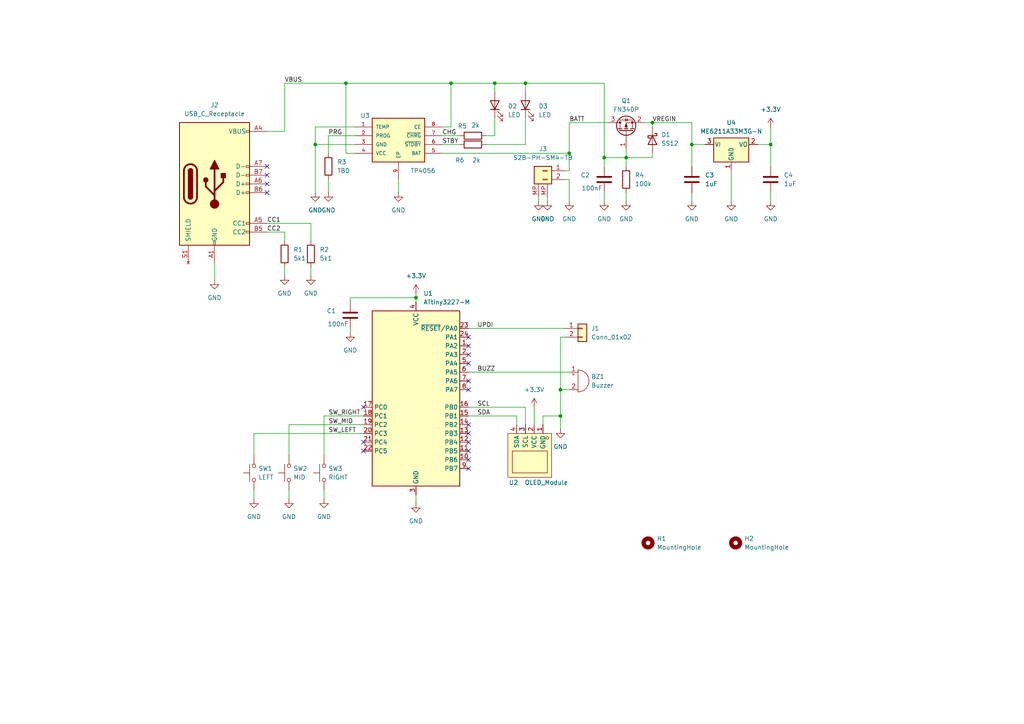
<source format=kicad_sch>
(kicad_sch (version 20250114) (generator "eeschema") (generator_version "9.0")
  (paper "A4")
  (title_block (title "tinyGotChi Schematic") (date "2026-02-22") (rev "v1.0") (company "www.e-tinkers.com") (comment 1 "Henry Cheung"))
  (lib_symbols
    (symbol "Connector_Generic:Conn_01x02" (pin_names (offset 1.016) (hide yes))
      (property "Reference" "J" (at 0 2.54 0))
      (property "Value" "Conn_01x02" (at 0 -5.08 0))
      (symbol "Conn_01x02_1_1"
        (rectangle (start -1.27 1.27) (end 1.27 -3.81) (stroke (width 0.254)) (fill (type background)))
        (rectangle (start -1.27 0.127) (end 0 -0.127) (stroke (width 0.1524)))
        (rectangle (start -1.27 -2.413) (end 0 -2.667) (stroke (width 0.1524)))
        (pin passive line (at -5.08 0 0) (length 3.81) (name "Pin_1") (number "1"))
        (pin passive line (at -5.08 -2.54 0) (length 3.81) (name "Pin_2") (number "2"))
      )
    )
    (symbol "Device:Buzzer" (pin_names (offset 0.0254) (hide yes))
      (property "Reference" "BZ" (at 3.81 1.27 0))
      (property "Value" "Buzzer" (at 3.81 -1.27 0))
      (symbol "Buzzer_0_1"
        (polyline (pts (xy -1.651 1.905) (xy -1.143 1.905)))
        (polyline (pts (xy -1.397 2.159) (xy -1.397 1.651)))
        (arc (start 0 3.175) (mid 3.1612 0) (end 0 -3.175))
        (polyline (pts (xy 0 3.175) (xy 0 -3.175)))
      )
      (symbol "Buzzer_1_1"
        (pin passive line (at -2.54 2.54 0) (length 2.54) (name "+") (number "1"))
        (pin passive line (at -2.54 -2.54 0) (length 2.54) (name "-") (number "2"))
      )
    )
    (symbol "Device:C" (pin_numbers (hide yes)) (pin_names (offset 0.254))
      (property "Reference" "C" (at 0.635 2.54 0))
      (property "Value" "C" (at 0.635 -2.54 0))
      (symbol "C_0_1"
        (polyline (pts (xy -2.032 0.762) (xy 2.032 0.762)) (stroke (width 0.508)))
        (polyline (pts (xy -2.032 -0.762) (xy 2.032 -0.762)) (stroke (width 0.508)))
      )
      (symbol "C_1_1"
        (pin passive line (at 0 3.81 270) (length 2.794) (name "~") (number "1"))
        (pin passive line (at 0 -3.81 90) (length 2.794) (name "~") (number "2"))
      )
    )
    (symbol "Device:D_Schottky" (pin_numbers (hide yes)) (pin_names (offset 1.016) (hide yes))
      (property "Reference" "D" (at 0 2.54 0))
      (property "Value" "D_Schottky" (at 0 -2.54 0))
      (symbol "D_Schottky_0_1"
        (polyline (pts (xy -1.905 0.635) (xy -1.905 1.27) (xy -1.27 1.27) (xy -1.27 -1.27) (xy -0.635 -1.27) (xy -0.635 -0.635)) (stroke (width 0.254)))
        (polyline (pts (xy 1.27 1.27) (xy 1.27 -1.27) (xy -1.27 0) (xy 1.27 1.27)) (stroke (width 0.254)))
        (polyline (pts (xy 1.27 0) (xy -1.27 0)))
      )
      (symbol "D_Schottky_1_1"
        (pin passive line (at -3.81 0 0) (length 2.54) (name "K") (number "1"))
        (pin passive line (at 3.81 0 180) (length 2.54) (name "A") (number "2"))
      )
    )
    (symbol "Device:LED" (pin_numbers (hide yes)) (pin_names (offset 1.016) (hide yes))
      (property "Reference" "D" (at 0 2.54 0))
      (property "Value" "LED" (at 0 -2.54 0))
      (symbol "LED_0_1"
        (polyline (pts (xy -3.048 -0.762) (xy -4.572 -2.286) (xy -3.81 -2.286) (xy -4.572 -2.286) (xy -4.572 -1.524)))
        (polyline (pts (xy -1.778 -0.762) (xy -3.302 -2.286) (xy -2.54 -2.286) (xy -3.302 -2.286) (xy -3.302 -1.524)))
        (polyline (pts (xy -1.27 0) (xy 1.27 0)))
        (polyline (pts (xy -1.27 -1.27) (xy -1.27 1.27)) (stroke (width 0.254)))
        (polyline (pts (xy 1.27 -1.27) (xy 1.27 1.27) (xy -1.27 0) (xy 1.27 -1.27)) (stroke (width 0.254)))
      )
      (symbol "LED_1_1"
        (pin passive line (at -3.81 0 0) (length 2.54) (name "K") (number "1"))
        (pin passive line (at 3.81 0 180) (length 2.54) (name "A") (number "2"))
      )
    )
    (symbol "Device:R" (pin_numbers (hide yes)) (pin_names (offset 0))
      (property "Reference" "R" (at 2.032 0 90))
      (property "Value" "R" (at 0 0 90))
      (symbol "R_0_1"
        (rectangle (start -1.016 -2.54) (end 1.016 2.54) (stroke (width 0.254)))
      )
      (symbol "R_1_1"
        (pin passive line (at 0 3.81 270) (length 1.27) (name "~") (number "1"))
        (pin passive line (at 0 -3.81 90) (length 1.27) (name "~") (number "2"))
      )
    )
    (symbol "MCU_Microchip_ATtiny:ATtiny3227-M"
      (property "Reference" "U" (at -12.7 26.67 0))
      (property "Value" "ATtiny3227-M" (at 2.54 -26.67 0))
      (symbol "ATtiny3227-M_0_1"
        (rectangle (start -12.7 -25.4) (end 12.7 25.4) (stroke (width 0.254)) (fill (type background)))
      )
      (symbol "ATtiny3227-M_1_1"
        (pin bidirectional line (at -15.24 -2.54 0) (length 2.54) (name "PC0") (number "17"))
        (pin bidirectional line (at -15.24 -5.08 0) (length 2.54) (name "PC1") (number "18"))
        (pin bidirectional line (at -15.24 -7.62 0) (length 2.54) (name "PC2") (number "19"))
        (pin bidirectional line (at -15.24 -10.16 0) (length 2.54) (name "PC3") (number "20"))
        (pin bidirectional line (at -15.24 -12.7 0) (length 2.54) (name "PC4") (number "21"))
        (pin bidirectional line (at -15.24 -15.24 0) (length 2.54) (name "PC5") (number "22"))
        (pin power_in line (at 0 27.94 270) (length 2.54) (name "VCC") (number "4"))
        (pin passive line (at 0 -27.94 90) (length 2.54) (hide yes) (name "GND") (number "25"))
        (pin power_in line (at 0 -27.94 90) (length 2.54) (name "GND") (number "3"))
        (pin bidirectional line (at 15.24 20.32 180) (length 2.54) (name "~{RESET}/PA0") (number "23"))
        (pin bidirectional line (at 15.24 17.78 180) (length 2.54) (name "PA1") (number "24"))
        (pin bidirectional line (at 15.24 15.24 180) (length 2.54) (name "PA2") (number "1"))
        (pin bidirectional line (at 15.24 12.7 180) (length 2.54) (name "PA3") (number "2"))
        (pin bidirectional line (at 15.24 10.16 180) (length 2.54) (name "PA4") (number "5"))
        (pin bidirectional line (at 15.24 7.62 180) (length 2.54) (name "PA5") (number "6"))
        (pin bidirectional line (at 15.24 5.08 180) (length 2.54) (name "PA6") (number "7"))
        (pin bidirectional line (at 15.24 2.54 180) (length 2.54) (name "PA7") (number "8"))
        (pin bidirectional line (at 15.24 -2.54 180) (length 2.54) (name "PB0") (number "16"))
        (pin bidirectional line (at 15.24 -5.08 180) (length 2.54) (name "PB1") (number "15"))
        (pin bidirectional line (at 15.24 -7.62 180) (length 2.54) (name "PB2") (number "14"))
        (pin bidirectional line (at 15.24 -10.16 180) (length 2.54) (name "PB3") (number "13"))
        (pin bidirectional line (at 15.24 -12.7 180) (length 2.54) (name "PB4") (number "12"))
        (pin bidirectional line (at 15.24 -15.24 180) (length 2.54) (name "PB5") (number "11"))
        (pin bidirectional line (at 15.24 -17.78 180) (length 2.54) (name "PB6") (number "10"))
        (pin bidirectional line (at 15.24 -20.32 180) (length 2.54) (name "PB7") (number "9"))
      )
    )
    (symbol "Mechanical:MountingHole" (pin_names (offset 1.016)) (in_bom no)
      (property "Reference" "H" (at 0 5.08 0))
      (property "Value" "MountingHole" (at 0 3.175 0))
      (symbol "MountingHole_0_1"
        (circle (center 0 0) (radius 1.27) (stroke (width 1.27)))
      )
    )
    (symbol "Switch:SW_Push" (pin_numbers (hide yes)) (pin_names (offset 1.016) (hide yes))
      (property "Reference" "SW" (at 1.27 2.54 0))
      (property "Value" "SW_Push" (at 0 -1.524 0))
      (symbol "SW_Push_0_1"
        (circle (center -2.032 0) (radius 0.508))
        (polyline (pts (xy 0 1.27) (xy 0 3.048)))
        (circle (center 2.032 0) (radius 0.508))
        (polyline (pts (xy 2.54 1.27) (xy -2.54 1.27)))
        (pin passive line (at -5.08 0 0) (length 2.54) (name "1") (number "1"))
        (pin passive line (at 5.08 0 180) (length 2.54) (name "2") (number "2"))
      )
    )
    (symbol "Transistor_FET:Q_PMOS_GSD" (pin_names (offset 0) (hide yes))
      (property "Reference" "Q" (at 5.08 1.905 0))
      (property "Value" "Q_PMOS_GSD" (at 5.08 0 0))
      (symbol "Q_PMOS_GSD_0_1"
        (polyline (pts (xy 0.254 1.905) (xy 0.254 -1.905)) (stroke (width 0.254)))
        (polyline (pts (xy 0.254 0) (xy -2.54 0)))
        (polyline (pts (xy 0.762 2.286) (xy 0.762 1.27)) (stroke (width 0.254)))
        (polyline (pts (xy 0.762 1.778) (xy 3.302 1.778) (xy 3.302 -1.778) (xy 0.762 -1.778)))
        (polyline (pts (xy 0.762 0.508) (xy 0.762 -0.508)) (stroke (width 0.254)))
        (polyline (pts (xy 0.762 -1.27) (xy 0.762 -2.286)) (stroke (width 0.254)))
        (circle (center 1.651 0) (radius 2.794) (stroke (width 0.254)))
        (polyline (pts (xy 2.286 0) (xy 1.27 0.381) (xy 1.27 -0.381) (xy 2.286 0)) (fill (type outline)))
        (polyline (pts (xy 2.54 2.54) (xy 2.54 1.778)))
        (circle (center 2.54 1.778) (radius 0.254) (fill (type outline)))
        (circle (center 2.54 -1.778) (radius 0.254) (fill (type outline)))
        (polyline (pts (xy 2.54 -2.54) (xy 2.54 0) (xy 0.762 0)))
        (polyline (pts (xy 2.921 -0.381) (xy 3.683 -0.381)))
        (polyline (pts (xy 3.302 -0.381) (xy 2.921 0.254) (xy 3.683 0.254) (xy 3.302 -0.381)))
      )
      (symbol "Q_PMOS_GSD_1_1"
        (pin input line (at -5.08 0 0) (length 2.54) (name "G") (number "1"))
        (pin passive line (at 2.54 5.08 270) (length 2.54) (name "D") (number "3"))
        (pin passive line (at 2.54 -5.08 90) (length 2.54) (name "S") (number "2"))
      )
    )
    (symbol "my_library:ME6211A33M3G-N" (pin_names (offset 0.254))
      (property "Reference" "U1" (at 0 5.6048 0))
      (property "Value" "ME6211A33M3G-N" (at 0 3.0679 0))
      (symbol "ME6211A33M3G-N_0_1"
        (rectangle (start -5.08 1.905) (end 5.08 -5.08) (stroke (width 0.254)) (fill (type background)))
      )
      (symbol "ME6211A33M3G-N_1_1"
        (pin power_in line (at -7.62 0 0) (length 2.54) (name "VI") (number "3"))
        (pin power_in line (at 0 -7.62 90) (length 2.54) (name "GND") (number "1"))
        (pin power_out line (at 7.62 0 180) (length 2.54) (name "VO") (number "2"))
      )
    )
    (symbol "my_library:OLED_Display_Module"
      (property "Reference" "U" (at 0 12.7 0))
      (property "Value" "OLED_Module" (at 0 10.668 0))
      (symbol "OLED_Display_Module_0_1"
        (rectangle (start -6.35 8.89) (end 6.35 -3.81) (fill (type background)))
        (rectangle (start -5.08 7.62) (end 5.08 1.27))
        (circle (center -5.08 -2.54) (radius 0.38))
      )
      (symbol "OLED_Display_Module_1_1"
        (pin power_in line (at -3.81 -6.35 90) (length 2.54) (name "GND") (number "1"))
        (pin power_in line (at -1.27 -6.35 90) (length 2.54) (name "VCC") (number "2"))
        (pin input line (at 1.27 -6.35 90) (length 2.54) (name "SCL") (number "3"))
        (pin bidirectional line (at 3.81 -6.35 90) (length 2.54) (name "SDA") (number "4"))
      )
    )
    (symbol "my_library:S2B-PH-SM4-TB" (pin_names (offset 1.016) (hide yes))
      (property "Reference" "J" (at 0 2.54 0))
      (property "Value" "S2B-PH-SM4-TB" (at 0 -5.08 0))
      (symbol "S2B-PH-SM4-TB_1_1"
        (rectangle (start -2.54 1.27) (end 2.54 -3.81) (stroke (width 0.254)) (fill (type background)))
        (rectangle (start -1.27 0.127) (end 0 -0.127) (stroke (width 0.1524)))
        (rectangle (start -1.27 -2.413) (end 0 -2.667) (stroke (width 0.1524)))
        (pin passive line (at -6.35 0 0) (length 3.81) (name "Pin_1") (number "1"))
        (pin passive line (at -6.35 -2.54 0) (length 3.81) (name "Pin_2") (number "2"))
        (pin passive line (at -1.27 -7.62 90) (length 3.81) (name "") (number "MP"))
        (pin passive line (at 1.27 -7.62 90) (length 3.81) (name "") (number "MP"))
      )
    )
    (symbol "my_library:TP4056" (pin_names (offset 1.016))
      (property "Reference" "U3" (at -2.54 10.0498 0))
      (property "Value" "TP4056" (at -2.54 7.5129 0))
      (symbol "TP4056_0_0"
        (rectangle (start -10.16 6.35) (end 5.08 -6.35) (stroke (width 0.254)) (fill (type background)))
        (pin input line (at -15.24 3.81 0) (length 5.08) (name "TEMP") (number "1"))
        (pin bidirectional line (at -15.24 1.27 0) (length 5.08) (name "PROG") (number "2"))
        (pin power_in line (at -15.24 -1.27 0) (length 5.08) (name "GND") (number "3"))
        (pin power_in line (at -15.24 -3.81 0) (length 5.08) (name "VCC") (number "4"))
        (pin passive line (at -2.54 -11.43 90) (length 5.08) (name "EP") (number "9"))
        (pin input line (at 10.16 3.81 180) (length 5.08) (name "CE") (number "8"))
        (pin output line (at 10.16 1.27 180) (length 5.08) (name "~{CHRG}") (number "7"))
        (pin output line (at 10.16 -1.27 180) (length 5.08) (name "~{STDBY}") (number "6"))
        (pin power_out line (at 10.16 -3.81 180) (length 5.08) (name "BAT") (number "5"))
      )
    )
    (symbol "my_library:USB_C_Receptacle" (pin_names (offset 1.016))
      (property "Reference" "J" (at 0 22.225 0))
      (property "Value" "USB_C_Receptacle" (at 0 19.685 0))
      (symbol "USB_C_Receptacle_0_0"
        (rectangle (start -0.254 -17.78) (end 0.254 -16.764))
        (rectangle (start 9.144 5.334) (end 10.16 4.826))
        (rectangle (start 9.144 -11.176) (end 10.16 -11.684))
        (rectangle (start 9.144 -13.716) (end 10.16 -14.224))
        (rectangle (start 10.16 15.494) (end 9.144 14.986))
        (rectangle (start 10.16 2.794) (end 9.144 2.286))
        (rectangle (start 10.16 0.254) (end 9.144 -0.254))
        (rectangle (start 10.16 -2.286) (end 9.144 -2.794))
      )
      (symbol "USB_C_Receptacle_0_1"
        (rectangle (start -10.16 17.78) (end 10.16 -17.78) (stroke (width 0.254)) (fill (type background)))
        (polyline (pts (xy -8.89 -3.81) (xy -8.89 3.81)) (stroke (width 0.508)))
        (rectangle (start -7.62 -3.81) (end -6.35 3.81) (stroke (width 0.254)) (fill (type outline)))
        (arc (start -7.62 3.81) (mid -6.985 4.4423) (end -6.35 3.81) (stroke (width 0.254)))
        (arc (start -7.62 3.81) (mid -6.985 4.4423) (end -6.35 3.81) (stroke (width 0.254)) (fill (type outline)))
        (arc (start -8.89 3.81) (mid -6.985 5.7067) (end -5.08 3.81) (stroke (width 0.508)))
        (arc (start -5.08 -3.81) (mid -6.985 -5.7067) (end -8.89 -3.81) (stroke (width 0.508)))
        (arc (start -6.35 -3.81) (mid -6.985 -4.4423) (end -7.62 -3.81) (stroke (width 0.254)))
        (arc (start -6.35 -3.81) (mid -6.985 -4.4423) (end -7.62 -3.81) (stroke (width 0.254)) (fill (type outline)))
        (polyline (pts (xy -5.08 3.81) (xy -5.08 -3.81)) (stroke (width 0.508)))
        (circle (center -2.54 1.143) (radius 0.635) (stroke (width 0.254)) (fill (type outline)))
        (polyline (pts (xy -1.27 4.318) (xy 0 6.858) (xy 1.27 4.318) (xy -1.27 4.318)) (stroke (width 0.254)) (fill (type outline)))
        (polyline (pts (xy 0 -2.032) (xy 2.54 0.508) (xy 2.54 1.778)) (stroke (width 0.508)))
        (polyline (pts (xy 0 -3.302) (xy -2.54 -0.762) (xy -2.54 0.508)) (stroke (width 0.508)))
        (polyline (pts (xy 0 -5.842) (xy 0 4.318)) (stroke (width 0.508)))
        (circle (center 0 -5.842) (radius 1.27) (fill (type outline)))
        (rectangle (start 1.905 1.778) (end 3.175 3.048) (stroke (width 0.254)) (fill (type outline)))
      )
      (symbol "USB_C_Receptacle_1_1"
        (pin no_connect line (at -7.62 -22.86 90) (length 5.08) (name "SHIELD") (number "S1"))
        (pin no_connect line (at -7.62 -22.86 90) (length 5.08) (hide yes) (name "SHIELD") (number "S2"))
        (pin no_connect line (at -7.62 -22.86 90) (length 5.08) (hide yes) (name "SHIELD") (number "S3"))
        (pin no_connect line (at -7.62 -24.13 90) (length 5.08) (hide yes) (name "SHIELD") (number "S4"))
        (pin passive line (at 0 -22.86 90) (length 5.08) (name "GND") (number "A1"))
        (pin passive line (at 0 -22.86 90) (length 5.08) (hide yes) (name "GND") (number "A12"))
        (pin passive line (at 0 -22.86 90) (length 5.08) (hide yes) (name "GND") (number "B1"))
        (pin passive line (at 0 -22.86 90) (length 5.08) (hide yes) (name "GND") (number "B12"))
        (pin passive line (at 15.24 15.24 180) (length 5.08) (name "VBUS") (number "A4"))
        (pin passive line (at 15.24 15.24 180) (length 5.08) (hide yes) (name "VBUS") (number "A9"))
        (pin passive line (at 15.24 15.24 180) (length 5.08) (hide yes) (name "VBUS") (number "B4"))
        (pin passive line (at 15.24 15.24 180) (length 5.08) (hide yes) (name "VBUS") (number "B9"))
        (pin bidirectional line (at 15.24 5.08 180) (length 5.08) (name "D-") (number "A7"))
        (pin bidirectional line (at 15.24 2.54 180) (length 5.08) (name "D-") (number "B7"))
        (pin bidirectional line (at 15.24 0 180) (length 5.08) (name "D+") (number "A6"))
        (pin bidirectional line (at 15.24 -2.54 180) (length 5.08) (name "D+") (number "B6"))
        (pin bidirectional line (at 15.24 -11.43 180) (length 5.08) (name "CC1") (number "A5"))
        (pin bidirectional line (at 15.24 -13.97 180) (length 5.08) (name "CC2") (number "B5"))
      )
    )
    (symbol "power:+3.3V" (power) (pin_numbers (hide yes)) (pin_names (offset 0) (hide yes))
      (property "Value" "+3.3V" (at 0 3.556 0))
      (symbol "+3.3V_0_1"
        (polyline (pts (xy -0.762 1.27) (xy 0 2.54)))
        (polyline (pts (xy 0 2.54) (xy 0.762 1.27)))
        (polyline (pts (xy 0 0) (xy 0 2.54)))
      )
      (symbol "+3.3V_1_1"
        (pin power_in line (at 0 0 90) (length 0) (name "~") (number "1"))
      )
    )
    (symbol "power:GND" (power) (pin_numbers (hide yes)) (pin_names (offset 0) (hide yes))
      (property "Value" "GND" (at 0 -3.81 0))
      (symbol "GND_0_1"
        (polyline (pts (xy 0 0) (xy 0 -1.27) (xy 1.27 -1.27) (xy 0 -2.54) (xy -1.27 -1.27) (xy 0 -1.27)))
      )
      (symbol "GND_1_1"
        (pin power_in line (at 0 0 270) (length 0) (name "~") (number "1"))
      )
    )
  )
  (junction (at 175.26 45.72))
  (junction (at 162.56 113.03))
  (junction (at 189.23 35.56))
  (junction (at 223.52 41.91))
  (junction (at 100.33 24.13))
  (junction (at 130.81 24.13))
  (junction (at 181.61 45.72))
  (junction (at 162.56 120.65))
  (junction (at 143.51 24.13))
  (junction (at 91.44 41.91))
  (junction (at 152.4 24.13))
  (junction (at 120.65 86.36))
  (junction (at 165.1 44.45))
  (junction (at 200.66 41.91))
  (no_connect (at 135.89 97.79))
  (no_connect (at 135.89 123.19))
  (no_connect (at 77.47 50.8))
  (no_connect (at 135.89 110.49))
  (no_connect (at 77.47 53.34))
  (no_connect (at 135.89 105.41))
  (no_connect (at 135.89 113.03))
  (no_connect (at 135.89 133.35))
  (no_connect (at 135.89 100.33))
  (no_connect (at 105.41 130.81))
  (no_connect (at 77.47 48.26))
  (no_connect (at 135.89 135.89))
  (no_connect (at 135.89 128.27))
  (no_connect (at 135.89 125.73))
  (no_connect (at 105.41 118.11))
  (no_connect (at 105.41 128.27))
  (no_connect (at 77.47 55.88))
  (no_connect (at 135.89 102.87))
  (no_connect (at 135.89 130.81))
  (wire (pts (xy 149.86 120.65) (xy 149.86 123.19)))
  (wire (pts (xy 163.83 97.79) (xy 162.56 97.79)))
  (wire (pts (xy 181.61 43.18) (xy 181.61 45.72)))
  (wire (pts (xy 186.69 35.56) (xy 189.23 35.56)))
  (wire (pts (xy 143.51 39.37) (xy 143.51 34.29)))
  (wire (pts (xy 83.82 123.19) (xy 105.41 123.19)))
  (wire (pts (xy 200.66 41.91) (xy 200.66 48.26)))
  (wire (pts (xy 62.23 76.2) (xy 62.23 81.28)))
  (wire (pts (xy 152.4 41.91) (xy 152.4 34.29)))
  (wire (pts (xy 162.56 97.79) (xy 162.56 113.03)))
  (wire (pts (xy 176.53 35.56) (xy 165.1 35.56)))
  (wire (pts (xy 143.51 26.67) (xy 143.51 24.13)))
  (wire (pts (xy 82.55 67.31) (xy 82.55 69.85)))
  (wire (pts (xy 152.4 118.11) (xy 152.4 123.19)))
  (wire (pts (xy 135.89 118.11) (xy 152.4 118.11)))
  (wire (pts (xy 156.21 57.15) (xy 156.21 58.42)))
  (wire (pts (xy 120.65 86.36) (xy 120.65 87.63)))
  (wire (pts (xy 102.87 39.37) (xy 95.25 39.37)))
  (wire (pts (xy 200.66 55.88) (xy 200.66 58.42)))
  (wire (pts (xy 82.55 77.47) (xy 82.55 80.01)))
  (wire (pts (xy 73.66 125.73) (xy 105.41 125.73)))
  (wire (pts (xy 91.44 36.83) (xy 102.87 36.83)))
  (wire (pts (xy 73.66 132.08) (xy 73.66 125.73)))
  (wire (pts (xy 128.27 44.45) (xy 165.1 44.45)))
  (wire (pts (xy 152.4 26.67) (xy 152.4 24.13)))
  (wire (pts (xy 77.47 38.1) (xy 82.55 38.1)))
  (wire (pts (xy 163.83 52.07) (xy 165.1 52.07)))
  (wire (pts (xy 143.51 24.13) (xy 152.4 24.13)))
  (wire (pts (xy 93.98 132.08) (xy 93.98 120.65)))
  (wire (pts (xy 95.25 39.37) (xy 95.25 44.45)))
  (wire (pts (xy 200.66 35.56) (xy 200.66 41.91)))
  (wire (pts (xy 91.44 41.91) (xy 91.44 55.88)))
  (wire (pts (xy 91.44 41.91) (xy 102.87 41.91)))
  (wire (pts (xy 82.55 24.13) (xy 100.33 24.13)))
  (wire (pts (xy 175.26 48.26) (xy 175.26 45.72)))
  (wire (pts (xy 130.81 24.13) (xy 143.51 24.13)))
  (wire (pts (xy 83.82 142.24) (xy 83.82 144.78)))
  (wire (pts (xy 165.1 113.03) (xy 162.56 113.03)))
  (wire (pts (xy 175.26 24.13) (xy 175.26 45.72)))
  (wire (pts (xy 73.66 142.24) (xy 73.66 144.78)))
  (wire (pts (xy 165.1 49.53) (xy 165.1 44.45)))
  (wire (pts (xy 223.52 41.91) (xy 223.52 48.26)))
  (wire (pts (xy 100.33 24.13) (xy 100.33 44.45)))
  (wire (pts (xy 90.17 64.77) (xy 90.17 69.85)))
  (wire (pts (xy 175.26 55.88) (xy 175.26 58.42)))
  (wire (pts (xy 157.48 120.65) (xy 162.56 120.65)))
  (wire (pts (xy 162.56 120.65) (xy 162.56 124.46)))
  (wire (pts (xy 175.26 45.72) (xy 181.61 45.72)))
  (wire (pts (xy 157.48 123.19) (xy 157.48 120.65)))
  (wire (pts (xy 101.6 87.63) (xy 101.6 86.36)))
  (wire (pts (xy 189.23 44.45) (xy 189.23 45.72)))
  (wire (pts (xy 189.23 45.72) (xy 181.61 45.72)))
  (wire (pts (xy 77.47 64.77) (xy 90.17 64.77)))
  (wire (pts (xy 77.47 67.31) (xy 82.55 67.31)))
  (wire (pts (xy 82.55 38.1) (xy 82.55 24.13)))
  (wire (pts (xy 135.89 107.95) (xy 165.1 107.95)))
  (wire (pts (xy 115.57 52.07) (xy 115.57 55.88)))
  (wire (pts (xy 90.17 77.47) (xy 90.17 80.01)))
  (wire (pts (xy 93.98 120.65) (xy 105.41 120.65)))
  (wire (pts (xy 181.61 55.88) (xy 181.61 58.42)))
  (wire (pts (xy 152.4 24.13) (xy 175.26 24.13)))
  (wire (pts (xy 223.52 55.88) (xy 223.52 58.42)))
  (wire (pts (xy 135.89 120.65) (xy 149.86 120.65)))
  (wire (pts (xy 101.6 86.36) (xy 120.65 86.36)))
  (wire (pts (xy 128.27 36.83) (xy 130.81 36.83)))
  (wire (pts (xy 128.27 41.91) (xy 133.35 41.91)))
  (wire (pts (xy 100.33 24.13) (xy 130.81 24.13)))
  (wire (pts (xy 189.23 35.56) (xy 189.23 36.83)))
  (wire (pts (xy 165.1 52.07) (xy 165.1 58.42)))
  (wire (pts (xy 163.83 49.53) (xy 165.1 49.53)))
  (wire (pts (xy 91.44 36.83) (xy 91.44 41.91)))
  (wire (pts (xy 223.52 36.83) (xy 223.52 41.91)))
  (wire (pts (xy 189.23 35.56) (xy 200.66 35.56)))
  (wire (pts (xy 135.89 95.25) (xy 163.83 95.25)))
  (wire (pts (xy 101.6 96.52) (xy 101.6 95.25)))
  (wire (pts (xy 158.75 57.15) (xy 158.75 58.42)))
  (wire (pts (xy 83.82 132.08) (xy 83.82 123.19)))
  (wire (pts (xy 162.56 113.03) (xy 162.56 120.65)))
  (wire (pts (xy 128.27 39.37) (xy 133.35 39.37)))
  (wire (pts (xy 154.94 118.11) (xy 154.94 123.19)))
  (wire (pts (xy 219.71 41.91) (xy 223.52 41.91)))
  (wire (pts (xy 140.97 41.91) (xy 152.4 41.91)))
  (wire (pts (xy 120.65 143.51) (xy 120.65 146.05)))
  (wire (pts (xy 212.09 49.53) (xy 212.09 58.42)))
  (wire (pts (xy 130.81 24.13) (xy 130.81 36.83)))
  (wire (pts (xy 140.97 39.37) (xy 143.51 39.37)))
  (wire (pts (xy 165.1 35.56) (xy 165.1 44.45)))
  (wire (pts (xy 120.65 85.09) (xy 120.65 86.36)))
  (wire (pts (xy 100.33 44.45) (xy 102.87 44.45)))
  (wire (pts (xy 200.66 41.91) (xy 204.47 41.91)))
  (wire (pts (xy 95.25 52.07) (xy 95.25 55.88)))
  (wire (pts (xy 93.98 142.24) (xy 93.98 144.78)))
  (wire (pts (xy 181.61 45.72) (xy 181.61 48.26)))
  (label "STBY" (at 128.27 41.91 0))
  (label "BATT" (at 165.1 35.56 0))
  (label "SCL" (at 138.43 118.11 0))
  (label "VBUS" (at 82.55 24.13 0))
  (label "SW_RIGHT" (at 95.25 120.65 0))
  (label "CC2" (at 77.47 67.31 0))
  (label "BUZZ" (at 138.43 107.95 0))
  (label "CHG" (at 128.27 39.37 0))
  (label "PRG" (at 95.25 39.37 0))
  (label "SW_LEFT" (at 95.25 125.73 0))
  (label "CC1" (at 77.47 64.77 0))
  (label "SDA" (at 138.43 120.65 0))
  (label "UPDI" (at 138.43 95.25 0))
  (label "VREGIN" (at 189.23 35.56 0))
  (label "SW_MID" (at 95.25 123.19 0))
  (symbol (lib_id "Mechanical:MountingHole") (at 213.36 157.48 0) (unit 1) (in_bom no)
    (property "Reference" "H2" (at 215.9 156.2099 0) (effects (justify left)))
    (property "Value" "MountingHole" (at 215.9 158.7499 0) (effects (justify left)))
    (property "Description" "Mounting Hole without connection" (effects (hide yes)))
  )
  (symbol (lib_id "Device:C") (at 175.26 52.07 0) (unit 1)
    (property "Reference" "C2" (at 168.402 50.8 0) (effects (justify left)))
    (property "Value" "100nF" (at 168.656 54.61 0) (effects (justify left)))
    (property "Description" "Unpolarized capacitor" (effects (hide yes)))
  )
  (symbol (lib_id "Connector_Generic:Conn_01x02") (at 168.91 95.25 0) (unit 1)
    (property "Reference" "J1" (at 171.45 95.2499 0) (effects (justify left)))
    (property "Value" "Conn_01x02" (at 171.45 97.7899 0) (effects (justify left)))
    (property "Description" "Generic connector, single row, 01x02, script generated (kicad-library-utils/schlib/autogen/connector/)" (effects (hide yes)))
  )
  (symbol (lib_id "power:+3.3V") (at 154.94 118.11 0) (unit 1)
    (property "Reference" "#PWR06" (effects (hide yes)))
    (property "Value" "+3.3V" (at 154.94 113.03 0))
    (property "Description" "Power symbol creates a global label with name \"+3.3V\"" (effects (hide yes)))
  )
  (symbol (lib_id "power:GND") (at 95.25 55.88 0) (unit 1)
    (property "Reference" "#PWR012" (effects (hide yes)))
    (property "Value" "GND" (at 95.25 60.96 0))
    (property "Description" "Power symbol creates a global label with name \"GND\" , ground" (effects (hide yes)))
  )
  (symbol (lib_id "power:GND") (at 162.56 124.46 0) (unit 1)
    (property "Reference" "#PWR05" (effects (hide yes)))
    (property "Value" "GND" (at 162.56 129.54 0))
    (property "Description" "Power symbol creates a global label with name \"GND\" , ground" (effects (hide yes)))
  )
  (symbol (lib_id "power:GND") (at 212.09 58.42 0) (unit 1)
    (property "Reference" "#PWR020" (effects (hide yes)))
    (property "Value" "GND" (at 212.09 63.5 0))
    (property "Description" "Power symbol creates a global label with name \"GND\" , ground" (effects (hide yes)))
  )
  (symbol (lib_id "MCU_Microchip_ATtiny:ATtiny3227-M") (at 120.65 115.57 0) (unit 1)
    (property "Reference" "U1" (at 122.7933 85.09 0) (effects (justify left)))
    (property "Value" "ATtiny3227-M" (at 122.7933 87.63 0) (effects (justify left)))
    (property "Footprint" "Package_DFN_QFN:QFN-24-1EP_4x4mm_P0.5mm_EP2.6x2.6mm" (effects (hide yes)))
    (property "Datasheet" "https://ww1.microchip.com/downloads/en/DeviceDoc/ATtiny3224-3226-3227-Data-Sheet-DS40002345A.pdf" (effects (hide yes)))
    (property "Description" "20MHz, 32kB Flash, 3kB SRAM, 256B EEPROM, VQFN-24" (effects (hide yes)))
  )
  (symbol (lib_id "Device:C") (at 101.6 91.44 0) (unit 1)
    (property "Reference" "C1" (at 94.742 90.17 0) (effects (justify left)))
    (property "Value" "100nF" (at 94.996 93.98 0) (effects (justify left)))
    (property "Description" "Unpolarized capacitor" (effects (hide yes)))
  )
  (symbol (lib_id "Transistor_FET:Q_PMOS_GSD") (at 181.61 38.1 90) (unit 1)
    (property "Reference" "Q1" (at 181.61 29.21 90))
    (property "Value" "FN340P" (at 181.61 31.75 90))
    (property "Description" "P-MOSFET transistor, gate/source/drain" (effects (hide yes)))
  )
  (symbol (lib_id "Device:LED") (at 143.51 30.48 90) (unit 1)
    (property "Reference" "D2" (at 147.32 30.7974 90) (effects (justify right)))
    (property "Value" "LED" (at 147.32 33.3374 90) (effects (justify right)))
    (property "Description" "Light emitting diode" (effects (hide yes)))
    (property "Sim.Pins" "1=K 2=A" (effects (hide yes)))
  )
  (symbol (lib_id "power:+3.3V") (at 120.65 85.09 0) (unit 1)
    (property "Reference" "#PWR07" (effects (hide yes)))
    (property "Value" "+3.3V" (at 120.65 80.01 0))
    (property "Description" "Power symbol creates a global label with name \"+3.3V\"" (effects (hide yes)))
  )
  (symbol (lib_id "Device:Buzzer") (at 167.64 110.49 0) (unit 1)
    (property "Reference" "BZ1" (at 171.45 109.2199 0) (effects (justify left)))
    (property "Value" "Buzzer" (at 171.45 111.7599 0) (effects (justify left)))
    (property "Description" "Buzzer, polarized" (effects (hide yes)))
  )
  (symbol (lib_id "power:GND") (at 165.1 58.42 0) (unit 1)
    (property "Reference" "#PWR018" (effects (hide yes)))
    (property "Value" "GND" (at 165.1 63.5 0))
    (property "Description" "Power symbol creates a global label with name \"GND\" , ground" (effects (hide yes)))
  )
  (symbol (lib_id "Device:R") (at 181.61 52.07 0) (unit 1)
    (property "Reference" "R4" (at 184.15 50.7999 0) (effects (justify left)))
    (property "Value" "100k" (at 184.15 53.3399 0) (effects (justify left)))
    (property "Description" "Resistor" (effects (hide yes)))
  )
  (symbol (lib_id "Mechanical:MountingHole") (at 187.96 157.48 0) (unit 1) (in_bom no)
    (property "Reference" "H1" (at 190.5 156.2099 0) (effects (justify left)))
    (property "Value" "MountingHole" (at 190.5 158.7499 0) (effects (justify left)))
    (property "Description" "Mounting Hole without connection" (effects (hide yes)))
  )
  (symbol (lib_id "Device:R") (at 82.55 73.66 0) (unit 1)
    (property "Reference" "R1" (at 85.09 72.3899 0) (effects (justify left)))
    (property "Value" "5k1" (at 85.09 74.9299 0) (effects (justify left)))
    (property "Description" "Resistor" (effects (hide yes)))
  )
  (symbol (lib_id "power:GND") (at 83.82 144.78 0) (unit 1)
    (property "Reference" "#PWR02" (effects (hide yes)))
    (property "Value" "GND" (at 83.82 149.86 0))
    (property "Description" "Power symbol creates a global label with name \"GND\" , ground" (effects (hide yes)))
  )
  (symbol (lib_id "Device:C") (at 200.66 52.07 0) (unit 1)
    (property "Reference" "C3" (at 204.47 50.7999 0) (effects (justify left)))
    (property "Value" "1uF" (at 204.47 53.3399 0) (effects (justify left)))
    (property "Description" "Unpolarized capacitor" (effects (hide yes)))
  )
  (symbol (lib_id "Device:R") (at 95.25 48.26 0) (unit 1)
    (property "Reference" "R3" (at 97.79 46.9899 0) (effects (justify left)))
    (property "Value" "TBD" (at 97.79 49.5299 0) (effects (justify left)))
    (property "Description" "Resistor" (effects (hide yes)))
  )
  (symbol (lib_id "Switch:SW_Push") (at 93.98 137.16 90) (unit 1)
    (property "Reference" "SW3" (at 95.25 135.8899 90) (effects (justify right)))
    (property "Value" "RIGHT" (at 95.25 138.4299 90) (effects (justify right)))
    (property "Description" "Push button switch, generic, two pins" (effects (hide yes)))
  )
  (symbol (lib_id "power:GND") (at 223.52 58.42 0) (unit 1)
    (property "Reference" "#PWR021" (effects (hide yes)))
    (property "Value" "GND" (at 223.52 63.5 0))
    (property "Description" "Power symbol creates a global label with name \"GND\" , ground" (effects (hide yes)))
  )
  (symbol (lib_id "Device:R") (at 90.17 73.66 0) (unit 1)
    (property "Reference" "R2" (at 92.71 72.3899 0) (effects (justify left)))
    (property "Value" "5k1" (at 92.71 74.9299 0) (effects (justify left)))
    (property "Description" "Resistor" (effects (hide yes)))
  )
  (symbol (lib_id "Device:D_Schottky") (at 189.23 40.64 270) (unit 1)
    (property "Reference" "D1" (at 191.77 39.0524 90) (effects (justify left)))
    (property "Value" "SS12" (at 191.77 41.5924 90) (effects (justify left)))
    (property "Description" "Schottky diode" (effects (hide yes)))
  )
  (symbol (lib_id "power:GND") (at 115.57 55.88 0) (unit 1)
    (property "Reference" "#PWR013" (effects (hide yes)))
    (property "Value" "GND" (at 115.57 60.96 0))
    (property "Description" "Power symbol creates a global label with name \"GND\" , ground" (effects (hide yes)))
  )
  (symbol (lib_id "my_library:S2B-PH-SM4-TB") (at 157.48 49.53 0) (mirror y) (unit 1)
    (property "Reference" "J3" (at 157.48 43.18 0))
    (property "Value" "S2B-PH-SM4-TB" (at 157.48 45.72 0))
    (property "Footprint" "my_lbrary:JST_PH_S2B-PH-SM4-TB_1x02-1MP_P2.00mm_Horizontal" (effects (hide yes)))
    (property "Description" "JST PH2 S2B, SMD" (effects (hide yes)))
  )
  (symbol (lib_id "power:GND") (at 62.23 81.28 0) (unit 1)
    (property "Reference" "#PWR023" (effects (hide yes)))
    (property "Value" "GND" (at 62.23 86.36 0))
    (property "Description" "Power symbol creates a global label with name \"GND\" , ground" (effects (hide yes)))
  )
  (symbol (lib_id "my_library:TP4056") (at 118.11 40.64 0) (unit 1)
    (property "Reference" "U3" (at 105.918 33.528 0))
    (property "Value" "TP4056" (at 122.682 49.53 0))
    (property "Footprint" "my_lbrary:SOP127P600X175-9N" (effects (hide yes)))
    (property "Description" "TP4056 Battery Charger" (effects (hide yes)))
  )
  (symbol (lib_id "power:GND") (at 93.98 144.78 0) (unit 1)
    (property "Reference" "#PWR01" (effects (hide yes)))
    (property "Value" "GND" (at 93.98 149.86 0))
    (property "Description" "Power symbol creates a global label with name \"GND\" , ground" (effects (hide yes)))
  )
  (symbol (lib_id "power:GND") (at 181.61 58.42 0) (unit 1)
    (property "Reference" "#PWR015" (effects (hide yes)))
    (property "Value" "GND" (at 181.61 63.5 0))
    (property "Description" "Power symbol creates a global label with name \"GND\" , ground" (effects (hide yes)))
  )
  (symbol (lib_id "my_library:ME6211A33M3G-N") (at 212.09 41.91 0) (unit 1)
    (property "Reference" "U4" (at 212.09 35.56 0))
    (property "Value" "ME6211A33M3G-N" (at 212.09 38.1 0))
    (property "Footprint" "Package_TO_SOT_SMD:SOT-23-3" (effects (hide yes)))
    (property "Datasheet" "https://www.lcsc.com/datasheet/lcsc_datasheet_2202131900_MICRONE-Nanjing-Micro-One-Elec-ME6211A25M3G-N_C2835782.pdf" (effects (hide yes)))
    (property "Description" "ME6211 LDO, 600mA, SOT-23" (effects (hide yes)))
  )
  (symbol (lib_id "power:GND") (at 158.75 58.42 0) (unit 1)
    (property "Reference" "#PWR017" (effects (hide yes)))
    (property "Value" "GND" (at 158.75 63.5 0))
    (property "Description" "Power symbol creates a global label with name \"GND\" , ground" (effects (hide yes)))
  )
  (symbol (lib_id "power:GND") (at 91.44 55.88 0) (unit 1)
    (property "Reference" "#PWR011" (effects (hide yes)))
    (property "Value" "GND" (at 91.44 60.96 0))
    (property "Description" "Power symbol creates a global label with name \"GND\" , ground" (effects (hide yes)))
  )
  (symbol (lib_id "my_library:OLED_Display_Module") (at 153.67 129.54 180) (unit 1)
    (property "Reference" "U2" (at 147.574 139.954 0) (effects (justify right)))
    (property "Value" "OLED_Module" (at 152.146 139.954 0) (effects (justify right)))
    (property "Footprint" "easyeda2kicad:OLED-0.66_L23.44-W19-P2.54" (effects (hide yes)))
  )
  (symbol (lib_id "my_library:USB_C_Receptacle") (at 62.23 53.34 0) (unit 1)
    (property "Reference" "J2" (at 62.23 30.48 0))
    (property "Value" "USB_C_Receptacle" (at 62.23 33.02 0))
    (property "Footprint" "my_lbrary:XUNPU_TYPEC-304-ACP16" (effects (hide yes)))
    (property "Description" "USB type c receptacle" (effects (hide yes)))
  )
  (symbol (lib_id "Device:LED") (at 152.4 30.48 90) (unit 1)
    (property "Reference" "D3" (at 156.21 30.7974 90) (effects (justify right)))
    (property "Value" "LED" (at 156.21 33.3374 90) (effects (justify right)))
    (property "Description" "Light emitting diode" (effects (hide yes)))
    (property "Sim.Pins" "1=K 2=A" (effects (hide yes)))
  )
  (symbol (lib_id "power:GND") (at 175.26 58.42 0) (unit 1)
    (property "Reference" "#PWR014" (effects (hide yes)))
    (property "Value" "GND" (at 175.26 63.5 0))
    (property "Description" "Power symbol creates a global label with name \"GND\" , ground" (effects (hide yes)))
  )
  (symbol (lib_id "Switch:SW_Push") (at 83.82 137.16 90) (unit 1)
    (property "Reference" "SW2" (at 85.09 135.8899 90) (effects (justify right)))
    (property "Value" "MID" (at 85.09 138.4299 90) (effects (justify right)))
    (property "Description" "Push button switch, generic, two pins" (effects (hide yes)))
  )
  (symbol (lib_id "Switch:SW_Push") (at 73.66 137.16 90) (unit 1)
    (property "Reference" "SW1" (at 74.93 135.8899 90) (effects (justify right)))
    (property "Value" "LEFT" (at 74.93 138.4299 90) (effects (justify right)))
    (property "Description" "Push button switch, generic, two pins" (effects (hide yes)))
  )
  (symbol (lib_id "power:+3.3V") (at 223.52 36.83 0) (unit 1)
    (property "Reference" "#PWR022" (effects (hide yes)))
    (property "Value" "+3.3V" (at 223.52 31.75 0))
    (property "Description" "Power symbol creates a global label with name \"+3.3V\"" (effects (hide yes)))
  )
  (symbol (lib_id "power:GND") (at 73.66 144.78 0) (unit 1)
    (property "Reference" "#PWR03" (effects (hide yes)))
    (property "Value" "GND" (at 73.66 149.86 0))
    (property "Description" "Power symbol creates a global label with name \"GND\" , ground" (effects (hide yes)))
  )
  (symbol (lib_id "power:GND") (at 82.55 80.01 0) (unit 1)
    (property "Reference" "#PWR010" (effects (hide yes)))
    (property "Value" "GND" (at 82.55 85.09 0))
    (property "Description" "Power symbol creates a global label with name \"GND\" , ground" (effects (hide yes)))
  )
  (symbol (lib_id "power:GND") (at 101.6 96.52 0) (unit 1)
    (property "Reference" "#PWR08" (effects (hide yes)))
    (property "Value" "GND" (at 101.6 101.6 0))
    (property "Description" "Power symbol creates a global label with name \"GND\" , ground" (effects (hide yes)))
  )
  (symbol (lib_id "Device:R") (at 137.16 39.37 90) (unit 1)
    (property "Reference" "R5" (at 134.112 36.576 90))
    (property "Value" "2k" (at 137.922 36.322 90))
    (property "Description" "Resistor" (effects (hide yes)))
  )
  (symbol (lib_id "power:GND") (at 90.17 80.01 0) (unit 1)
    (property "Reference" "#PWR09" (effects (hide yes)))
    (property "Value" "GND" (at 90.17 85.09 0))
    (property "Description" "Power symbol creates a global label with name \"GND\" , ground" (effects (hide yes)))
  )
  (symbol (lib_id "power:GND") (at 200.66 58.42 0) (unit 1)
    (property "Reference" "#PWR019" (effects (hide yes)))
    (property "Value" "GND" (at 200.66 63.5 0))
    (property "Description" "Power symbol creates a global label with name \"GND\" , ground" (effects (hide yes)))
  )
  (symbol (lib_id "Device:C") (at 223.52 52.07 0) (unit 1)
    (property "Reference" "C4" (at 227.33 50.7999 0) (effects (justify left)))
    (property "Value" "1uF" (at 227.33 53.3399 0) (effects (justify left)))
    (property "Description" "Unpolarized capacitor" (effects (hide yes)))
  )
  (symbol (lib_id "power:GND") (at 120.65 146.05 0) (unit 1)
    (property "Reference" "#PWR04" (effects (hide yes)))
    (property "Value" "GND" (at 120.65 151.13 0))
    (property "Description" "Power symbol creates a global label with name \"GND\" , ground" (effects (hide yes)))
  )
  (symbol (lib_id "Device:R") (at 137.16 41.91 90) (unit 1)
    (property "Reference" "R6" (at 133.35 46.482 90))
    (property "Value" "2k" (at 138.176 46.482 90))
    (property "Description" "Resistor" (effects (hide yes)))
  )
  (symbol (lib_id "power:GND") (at 156.21 58.42 0) (unit 1)
    (property "Reference" "#PWR016" (effects (hide yes)))
    (property "Value" "GND" (at 156.21 63.5 0))
    (property "Description" "Power symbol creates a global label with name \"GND\" , ground" (effects (hide yes)))
  )
)
</source>
